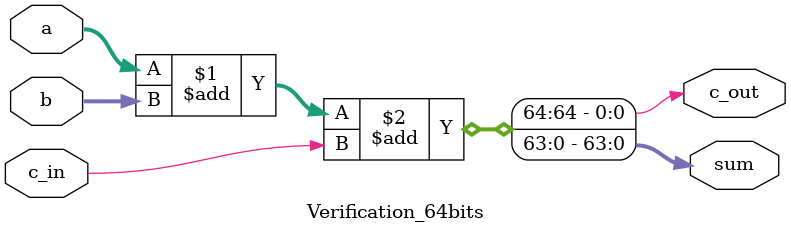
<source format=v>
`timescale 1ns / 1ps


module Verification_64bits(
input [63:0] a,
input [63:0] b,
input c_in,
output c_out,
output [63:0] sum
);

assign {c_out, sum} = a + b + c_in;

    
endmodule

</source>
